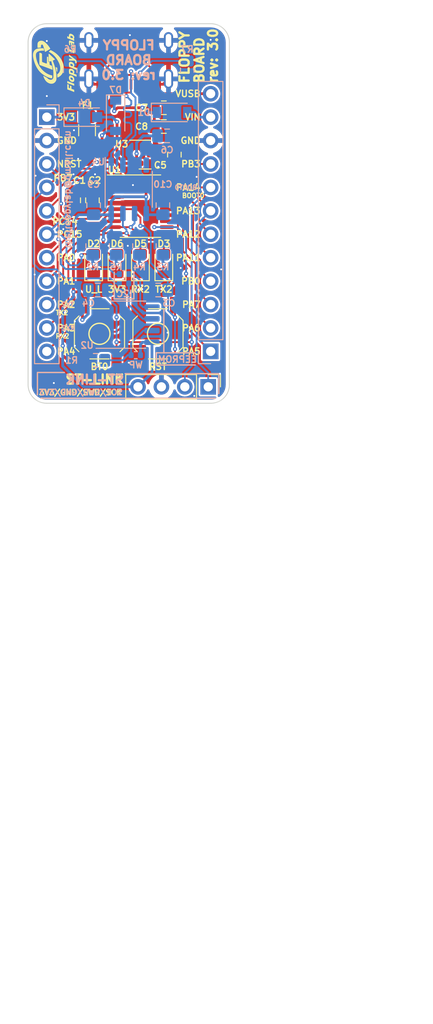
<source format=kicad_pcb>
(kicad_pcb (version 20211014) (generator pcbnew)
  (title_block (title "Floppy board 3.0") (date "2023-02-17") (rev "3.0"))
  (layers (0 "F.Cu" signal) (31 "B.Cu" signal) (34 "B.Paste" user) (35 "F.Paste" user) (36 "B.SilkS" user "B.Silkscreen") (37 "F.SilkS" user "F.Silkscreen") (38 "B.Mask" user) (39 "F.Mask" user) (44 "Edge.Cuts" user))
  (net 0 "")
  (net 1 "+3V3")
  (net 2 "GND")
  (net 3 "NRST")
  (net 4 "PA14{slash}SWCLK{slash}BOOT0")
  (net 5 "VBUS")
  (net 6 "VCC")
  (net 7 "Net-(D2-Pad1)")
  (net 8 "PC15")
  (net 9 "Net-(D3-Pad1)")
  (net 10 "PA2{slash}TX2")
  (net 11 "VDD")
  (net 12 "Net-(D5-Pad1)")
  (net 13 "PA3{slash}RX2")
  (net 14 "Net-(D6-Pad1)")
  (net 15 "Net-(D7-Pad2)")
  (net 17 "Net-(J2-Pad4)")
  (net 18 "/D-")
  (net 19 "/D+")
  (net 21 "Net-(J2-Pad10)")
  (net 22 "PB7")
  (net 23 "PC14")
  (net 24 "PA0")
  (net 25 "PA1")
  (net 26 "PA4")
  (net 27 "PB3")
  (net 28 "PA13{slash}SWDIO")
  (net 29 "PA12")
  (net 30 "PA11")
  (net 31 "PB0")
  (net 32 "PA7")
  (net 33 "PA6")
  (net 34 "PA5")
  (net 35 "Net-(JP1-Pad1)")
  (net 36 "/VUSB")
  (net 37 "Net-(JP2-Pad1)")
  (net 39 "Net-(U2-Pad7)")
  (footprint "LED_SMD:LED_0805_2012Metric_Pad1.15x1.40mm_HandSolder" (layer "F.Cu") (at 160.782 97.663 90)
    (fp_text reference "D6")
    (fp_text value "3V3_POWER_LED")
  )
  (footprint "Capacitor_SMD:C_0805_2012Metric_Pad1.18x1.45mm_HandSolder" (layer "F.Cu") (at 156.083 90.805 -90)
    (fp_text reference "C1")
    (fp_text value "4.7uF")
  )
  (footprint "Package_SO:TSSOP-20_4.4x6.5mm_P0.65mm" (layer "F.Cu") (at 163.322 91.44)
    (fp_text reference "U1")
    (fp_text value "STM32G03xxxxx")
  )
  (footprint "LED_SMD:LED_0805_2012Metric_Pad1.15x1.40mm_HandSolder" (layer "F.Cu") (at 165.862 97.663 90)
    (fp_text reference "D3")
    (fp_text value "TX2")
  )
  (footprint "Capacitor_SMD:C_0805_2012Metric_Pad1.18x1.45mm_HandSolder" (layer "F.Cu") (at 165.862 82.804)
    (fp_text reference "C8")
    (fp_text value "10uF")
  )
  (footprint "_MIA footprint:SMD BUTTON 5.1x5.1" (layer "F.Cu") (at 165.227 105.283 90)
    (fp_text reference "SW1" hide)
    (fp_text value "RESET_B")
  )
  (footprint "Capacitor_SMD:C_0805_2012Metric_Pad1.18x1.45mm_HandSolder" (layer "F.Cu") (at 158.115 90.805 -90)
    (fp_text reference "C2")
    (fp_text value "100nF")
  )
  (footprint "_MIA footprint:SMD BUTTON 5.1x5.1" (layer "F.Cu") (at 158.877 105.283 90)
    (fp_text reference "SW2" hide)
    (fp_text value "BOOT0/U_BUTT")
  )
  (footprint "Capacitor_SMD:C_0805_2012Metric_Pad1.18x1.45mm_HandSolder" (layer "F.Cu") (at 167.005 85.852 -90)
    (fp_text reference "C5")
    (fp_text value "1uF")
  )
  (footprint "Capacitor_SMD:C_0805_2012Metric_Pad1.18x1.45mm_HandSolder" (layer "F.Cu") (at 165.862 80.772)
    (fp_text reference "C7")
    (fp_text value "100nF")
  )
  (footprint "LED_SMD:LED_0805_2012Metric_Pad1.15x1.40mm_HandSolder" (layer "F.Cu") (at 158.242 97.663 90)
    (fp_text reference "D2")
    (fp_text value "USER_LED")
  )
  (footprint "Package_TO_SOT_SMD:SOT-23" (layer "F.Cu") (at 163.83 85.852)
    (fp_text reference "U3")
    (fp_text value "H7233-1")
  )
  (footprint "LED_SMD:LED_0805_2012Metric_Pad1.15x1.40mm_HandSolder" (layer "F.Cu") (at 163.322 97.663 90)
    (fp_text reference "D5")
    (fp_text value "RX2")
  )
  (footprint "_MIA footprint:USB_C_304A-ACP16X" (layer "F.Cu") (at 166.367 77.6455 180)
    (fp_text reference "J2" hide)
    (fp_text value "USB-C_304A-ACP16X")
  )
  (footprint "Connector_PinHeader_2.54mm:PinHeader_1x04_P2.54mm_Vertical" (layer "F.Cu") (at 170.678 111.03 -90)
    (fp_text reference "J1" hide)
    (fp_text value "st-link")
  )
  (footprint "LOGO" (layer "F.Cu") (at 154.1272 75.8952 90)
    (fp_text reference "G***" hide)
    (fp_text value "LOGO" hide)
  )
  (footprint "Fuse:Fuse_1206_3216Metric_Pad1.42x1.75mm_HandSolder" (layer "F.Cu") (at 157.5308 83.2104 -90)
    (fp_text reference "F1")
    (fp_text value "500mA")
  )
  (footprint "Connector_PinHeader_2.54mm:PinHeader_1x12_P2.54mm_Vertical" (layer "B.Cu") (at 170.942 107.188)
    (fp_text reference "J4" hide)
    (fp_text value "I/0 DX")
  )
  (footprint "Diode_SMD:D_SOD-123F" (layer "B.Cu") (at 157.226 81.788)
    (fp_text reference "D4")
    (fp_text value "SD103AW")
  )
  (footprint "Resistor_SMD:R_0402_1005Metric" (layer "B.Cu") (at 161.544 99.822 180)
    (fp_text reference "JP2" hide)
    (fp_text value "SCL_JP")
  )
  (footprint "Resistor_SMD:R_0402_1005Metric" (layer "B.Cu") (at 162.814 107.5944)
    (fp_text reference "JP3" hide)
    (fp_text value "WP_JP")
  )
  (footprint "Resistor_SMD:R_0805_2012Metric_Pad1.20x1.40mm_HandSolder" (layer "B.Cu") (at 168.402 76.692 -90)
    (fp_text reference "R7")
    (fp_text value "5.1k")
  )
  (footprint "Diode_SMD:D_SOD-123" (layer "B.Cu") (at 166.752 81.28)
    (fp_text reference "D1")
    (fp_text value "SD103AW")
  )
  (footprint "Capacitor_SMD:C_0805_2012Metric_Pad1.18x1.45mm_HandSolder" (layer "B.Cu") (at 165.7604 91.3384 90)
    (fp_text reference "C10")
    (fp_text value "100nF")
  )
  (footprint "Capacitor_SMD:C_0805_2012Metric_Pad1.18x1.45mm_HandSolder" (layer "B.Cu") (at 158.242 91.3384 90)
    (fp_text reference "C9")
    (fp_text value "100nF")
  )
  (footprint "Package_SO:SOP-8_3.9x4.9mm_P1.27mm" (layer "B.Cu") (at 161.9504 104.2924)
    (fp_text reference "U2")
    (fp_text value "AT24C32")
  )
  (footprint "Resistor_SMD:R_0805_2012Metric_Pad1.20x1.40mm_HandSolder" (layer "B.Cu") (at 160.6804 95.7406 -90)
    (fp_text reference "R5")
    (fp_text value "1k")
  )
  (footprint "Resistor_SMD:R_0805_2012Metric_Pad1.20x1.40mm_HandSolder" (layer "B.Cu") (at 158.4452 108.1532 180)
    (fp_text reference "R1")
    (fp_text value "10k")
  )
  (footprint "Package_SO:SOP-8_3.9x4.9mm_P1.27mm" (layer "B.Cu") (at 162.052 89.6112 -90)
    (fp_text reference "U4")
    (fp_text value "CH340N")
  )
  (footprint "Capacitor_SMD:C_0805_2012Metric_Pad1.18x1.45mm_HandSolder" (layer "B.Cu") (at 165.2524 100.5332 180)
    (fp_text reference "C3")
    (fp_text value "100nF")
  )
  (footprint "Resistor_SMD:R_0805_2012Metric_Pad1.20x1.40mm_HandSolder" (layer "B.Cu") (at 155.702 76.724 90)
    (fp_text reference "R6")
    (fp_text value "5.1k")
  )
  (footprint "Capacitor_SMD:C_0805_2012Metric_Pad1.18x1.45mm_HandSolder" (layer "B.Cu") (at 166.2176 83.82)
    (fp_text reference "C6")
    (fp_text value "1uF")
  )
  (footprint "Resistor_SMD:R_0805_2012Metric_Pad1.20x1.40mm_HandSolder" (layer "B.Cu") (at 158.1404 95.7406 90)
    (fp_text reference "R2")
    (fp_text value "1K")
  )
  (footprint "Connector_PinHeader_2.54mm:PinHeader_1x11_P2.54mm_Vertical" (layer "B.Cu") (at 153.162 81.788 180)
    (fp_text reference "J3" hide)
    (fp_text value "I/O SX")
  )
  (footprint "Resistor_SMD:R_0805_2012Metric_Pad1.20x1.40mm_HandSolder" (layer "B.Cu") (at 163.2204 95.7406 90)
    (fp_text reference "R4")
    (fp_text value "1K")
  )
  (footprint "Diode_SMD:D_SOD-123" (layer "B.Cu") (at 160.6296 81.6356 -90)
    (fp_text reference "D7")
    (fp_text value "SD103AW")
  )
  (footprint "Resistor_SMD:R_0402_1005Metric" (layer "B.Cu") (at 161.544 98.806 180)
    (fp_text reference "JP1" hide)
    (fp_text value "SDA_JP")
  )
  (footprint "Capacitor_SMD:C_0805_2012Metric_Pad1.18x1.45mm_HandSolder" (layer "B.Cu") (at 158.6992 100.5332 180)
    (fp_text reference "C4")
    (fp_text value "100nF")
  )
  (footprint "Resistor_SMD:R_0805_2012Metric_Pad1.20x1.40mm_HandSolder" (layer "B.Cu") (at 165.7604 95.7406 90)
    (fp_text reference "R3")
    (fp_text value "1K")
  )
  (gr_line (start 162.6108 101.4984) (end 162.6108 98.5774) (layer "B.SilkS") (width 0.15))
  (gr_line (start 165.862 102.616) (end 165.862 106.8324) (layer "B.SilkS") (width 0.15))
  (gr_line (start 165.862 107.3404) (end 169.2656 107.3404) (layer "B.SilkS") (width 0.15))
  (gr_line (start 165.862 106.8324) (end 165.862 107.3404) (layer "B.SilkS") (width 0.15))
  (gr_line (start 165.0492 108.5596) (end 165.0492 108.6612) (layer "B.SilkS") (width 0.15))
  (gr_line (start 152.146 109.474) (end 152.146 111.887) (layer "B.SilkS") (width 0.15))
  (gr_line (start 165.0492 107.3404) (end 165.0492 108.5596) (layer "B.SilkS") (width 0.15))
  (gr_line (start 152.146 109.474) (end 155.067 109.474) (layer "B.SilkS") (width 0.15))
  (gr_line (start 152.527 112.268) (end 171.45 112.268) (layer "B.SilkS") (width 0.15))
  (gr_line (start 160.4772 101.4984) (end 160.4772 98.6028) (layer "B.SilkS") (width 0.15))
  (gr_line (start 161.671 109.601) (end 171.831 109.601) (layer "B.SilkS") (width 0.15))
  (gr_line (start 171.831 109.601) (end 171.831 111.76) (layer "B.SilkS") (width 0.15))
  (gr_line (start 165.862 107.3404) (end 165.0492 107.3404) (layer "B.SilkS") (width 0.15))
  (gr_line (start 165.0492 108.6612) (end 169.2656 108.6612) (layer "B.SilkS") (width 0.15))
  (gr_line (start 162.6108 101.4984) (end 160.4772 101.4984) (layer "B.SilkS") (width 0.15))
  (gr_circle (center 158.877 105.283) (end 158.877 104.14) (layer "F.SilkS") (width 0.15) (fill none))
  (gr_circle (center 165.227 105.283) (end 165.227 104.14) (layer "F.SilkS") (width 0.15) (fill none))
  (gr_line (start 151.13 110.808) (end 151.13 73.66) (layer "Edge.Cuts") (width 0.1))
  (gr_line (start 153.13 71.66) (end 170.974 71.66) (layer "Edge.Cuts") (width 0.1))
  (gr_arc (start 172.974 110.808) (mid 172.388214 112.222214) (end 170.974 112.808) (layer "Edge.Cuts") (width 0.1))
  (gr_arc (start 153.13 112.808) (mid 151.715786 112.222214) (end 151.13 110.808) (layer "Edge.Cuts") (width 0.1))
  (gr_arc (start 151.13 73.66) (mid 151.715786 72.245786) (end 153.13 71.66) (layer "Edge.Cuts") (width 0.1))
  (gr_line (start 170.974 112.808) (end 153.13 112.808) (layer "Edge.Cuts") (width 0.1))
  (gr_arc (start 170.974 71.66) (mid 172.388214 72.245786) (end 172.974 73.66) (layer "Edge.Cuts") (width 0.1))
  (gr_line (start 172.974 73.66) (end 172.974 110.808) (layer "Edge.Cuts") (width 0.1))
  (gr_text "ST-LINK" (at 158.368247 110.2511) (layer "B.SilkS") (effects (font (size 1 1) (thickness 0.25)) (justify mirror)))
  (gr_text "WP" (at 162.814 108.6612) (layer "B.SilkS") (effects (font (size 0.7 0.7)) (justify mirror)))
  (gr_text "FLOPPY\nBOARD" (at 162.052 74.803) (layer "B.SilkS") (effects (font (size 1 1) (thickness 0.25)) (justify mirror)))
  (gr_text "RX2" (at 154.686 104.648) (layer "B.SilkS") (effects (font (size 0.5 0.5) (thickness 0.125)) (justify right mirror)))
  (gr_text "thefloppylab@gmail.com" (at 155.5496 89.6112 270) (layer "B.SilkS") (effects (font (size 0.7 0.7)) (justify mirror)))
  (gr_text "SCK/SWD/GND/3V3" (at 152.28355 111.6243) (layer "B.SilkS") (effects (font (size 0.6 0.6)) (justify right mirror)))
  (gr_text "EEPROM" (at 167.3352 108.0516) (layer "B.SilkS") (effects (font (size 0.7 0.7)) (justify mirror)))
  (gr_text "I2C" (at 161.5948 100.9396) (layer "B.SilkS") (effects (font (size 0.7 0.7)) (justify mirror)))
  (gr_text "TX2" (at 154.686 102.108) (layer "B.SilkS") (effects (font (size 0.5 0.5) (thickness 0.125)) (justify right mirror)))
  (gr_text "rev: 3.0" (at 162.052 77.216) (layer "B.SilkS") (effects (font (size 1 1) (thickness 0.25)) (justify mirror)))
  (gr_text "BOOT0" (at 169.545 89.408) (layer "B.SilkS") (effects (font (size 0.5 0.5) (thickness 0.125)) (justify left mirror)))
  (gr_text "ST-LINK" (at 158.369 110.236) (layer "F.SilkS") (effects (font (size 1 1) (thickness 0.25))))
  (gr_text "GND" (at 169.926 84.328) (layer "F.SilkS") (effects (font (size 0.7 0.7)) (justify right)))
  (gr_text "3V3/GND/SWD/SCK" (at 161.417 111.633) (layer "F.SilkS") (effects (font (size 0.6 0.6)) (justify right)))
  (gr_text "PA13" (at 169.926 91.948) (layer "F.SilkS") (effects (font (size 0.7 0.7)) (justify right)))
  (gr_text "3V3" (at 154.178 81.788) (layer "F.SilkS") (effects (font (size 0.7 0.7)) (justify left)))
  (gr_text "3V3" (at 160.782 100.457) (layer "F.SilkS") (effects (font (size 0.7 0.7))))
  (gr_text "TX2" (at 165.862 100.457) (layer "F.SilkS") (effects (font (size 0.7 0.7))))
  (gr_text "BOOT0" (at 167.767 90.297) (layer "F.SilkS") (effects (font (size 0.5 0.5) (thickness 0.125)) (justify left)))
  (gr_text "PA3" (at 154.178 104.648) (layer "F.SilkS") (effects (font (size 0.7 0.7)) (justify left)))
  (gr_text "PC15" (at 154.178 94.488) (layer "F.SilkS") (effects (font (size 0.7 0.7)) (justify left)))
  (gr_text "BT0" (at 158.877 108.839) (layer "F.SilkS") (effects (font (size 0.7 0.7))))
  (gr_text "VIN" (at 169.926 81.788) (layer "F.SilkS") (effects (font (size 0.7 0.7)) (justify right)))
  (gr_text "PC14" (at 153.67 93.091) (layer "F.SilkS") (effects (font (size 0.7 0.7)) (justify left)))
  (gr_text "PA2" (at 154.178 102.108) (layer "F.SilkS") (effects (font (size 0.7 0.7)) (justify left)))
  (gr_text "TX2" (at 154.051 102.997) (layer "F.SilkS") (effects (font (size 0.5 0.5) (thickness 0.125)) (justify left)))
  (gr_text "PA6" (at 169.926 104.648) (layer "F.SilkS") (effects (font (size 0.7 0.7)) (justify right)))
  (gr_text "RST" (at 165.227 108.839) (layer "F.SilkS") (effects (font (size 0.7 0.7))))
  (gr_text "rev: 3.0" (at 171.196 78.232 90) (layer "F.SilkS") (effects (font (size 1 1) (thickness 0.25)) (justify left)))
  (gr_text "PA0" (at 154.178 97.028) (layer "F.SilkS") (effects (font (size 0.7 0.7)) (justify left)))
  (gr_text "PA7" (at 169.926 102.108) (layer "F.SilkS") (effects (font (size 0.7 0.7)) (justify right)))
  (gr_text "PB7" (at 153.797 88.392) (layer "F.SilkS") (effects (font (size 0.7 0.7)) (justify left)))
  (gr_text "NRST" (at 154.178 86.868) (layer "F.SilkS") (effects (font (size 0.7 0.7)) (justify left)))
  (gr_text "VUSB" (at 169.926 79.248) (layer "F.SilkS") (effects (font (size 0.7 0.7)) (justify right)))
  (gr_text "PB0" (at 169.926 99.568) (layer "F.SilkS") (effects (font (size 0.7 0.7)) (justify right)))
  (gr_text "PA12" (at 169.926 94.488) (layer "F.SilkS") (effects (font (size 0.7 0.7)) (justify right)))
  (gr_text "PA5" (at 169.926 107.188) (layer "F.SilkS") (effects (font (size 0.7 0.7)) (justify right)))
  (gr_text "GND" (at 154.178 84.328) (layer "F.SilkS") (effects (font (size 0.7 0.7)) (justify left)))
  (gr_text "RX2" (at 163.322 100.457) (layer "F.SilkS") (effects (font (size 0.7 0.7))))
  (gr_text "PA14" (at 169.926 89.408) (layer "F.SilkS") (effects (font (size 0.7 0.7)) (justify right)))
  (gr_text "FLOPPY\nBOARD" (at 168.91 78.232 90) (layer "F.SilkS") (effects (font (size 1 1) (thickness 0.25)) (justify left)))
  (gr_text "PA4" (at 154.178 107.188) (layer "F.SilkS") (effects (font (size 0.7 0.7)) (justify left)))
  (gr_text "PA1" (at 154.178 99.568) (layer "F.SilkS") (effects (font (size 0.7 0.7)) (justify left)))
  (gr_text "RX2" (at 154.051 105.537) (layer "F.SilkS") (effects (font (size 0.5 0.5) (thickness 0.125)) (justify left)))
  (gr_text "U_L" (at 158.242 100.457) (layer "F.SilkS") (effects (font (size 0.7 0.7))))
  (gr_text "PB3" (at 169.926 86.868) (layer "F.SilkS") (effects (font (size 0.7 0.7)) (justify right)))
  (gr_text "PA11" (at 169.926 97.028) (layer "F.SilkS") (effects (font (size 0.7 0.7)) (justify right)))
  (segment (start 157.0228 103.759) (end 157.027 103.7548) (width 0.3) (layer "F.Cu") (net 1))
  (segment (start 159.68 90.465) (end 160.4595 90.465) (width 0.3) (layer "F.Cu") (net 1))
  (segment (start 159.8332 96.638) (end 160.782 96.638) (width 0.3) (layer "F.Cu") (net 1))
  (segment (start 159.2876 95.078665) (end 159.2876 96.0924) (width 0.3) (layer "F.Cu") (net 1))
  (segment (start 163.9316 90.424) (end 161.4834 90.424) (width 0.3) (layer "F.Cu") (net 1))
  (segment (start 160.782 86.0044) (end 161.5796 86.802) (width 0.3) (layer "F.Cu") (net 1))
  (segment (start 160.782 82.296) (end 160.782 86.0044) (width 0.3) (layer "F.Cu") (net 1))
  (segment (start 162.8925 87.7085) (end 162.8925 86.802) (width 0.3) (layer "F.Cu") (net 1))
  (segment (start 162.905398 86.789102) (end 162.8925 86.802) (width 0.3) (layer "F.Cu") (net 1))
  (segment (start 158.115 89.7675) (end 158.9825 89.7675) (width 0.3) (layer "F.Cu") (net 1))
  (segment (start 159.2876 96.0924) (end 159.8332 96.638) (width 0.3) (layer "F.Cu") (net 1))
  (segment (start 161.5796 86.802) (end 162.8925 86.802) (width 0.3) (layer "F.Cu") (net 1))
  (segment (start 162.905398 85.73575) (end 162.905398 86.789102) (width 0.3) (layer "F.Cu") (net 1))
  (segment (start 158.9825 89.7675) (end 159.68 90.465) (width 0.3) (layer "F.Cu") (net 1))
  (segment (start 156.0576 100.7364) (end 156.051014 100.729814) (width 0.3) (layer "F.Cu") (net 1))
  (segment (start 163.9316 90.424) (end 163.9316 88.7476) (width 0.3) (layer "F.Cu") (net 1))
  (segment (start 154.8892 107.5944) (end 155.6778 108.383) (width 0.3) (layer "F.Cu") (net 1))
  (segment (start 159.304365 95.0619) (end 159.2876 95.078665) (width 0.3) (layer "F.Cu") (net 1))
  (segment (start 156.051014 100.729814) (end 156.051014 97.326214) (width 0.3) (layer "F.Cu") (net 1))
  (segment (start 163.9316 88.7476) (end 162.8925 87.7085) (width 0.3) (layer "F.Cu") (net 1))
  (segment (start 158.115 89.7675) (end 156.083 89.7675) (width 0.3) (layer "F.Cu") (net 1))
  (segment (start 157.027 101.1216) (end 157.027 102.183) (width 0.3) (layer "F.Cu") (net 1))
  (segment (start 161.4424 90.465) (end 160.4595 90.465) (width 0.3) (layer "F.Cu") (net 1))
  (segment (start 162.9156 86.7789) (end 162.8925 86.802) (width 0.3) (layer "F.Cu") (net 1))
  (segment (start 156.0576 100.7364) (end 156.6418 100.7364) (width 0.3) (layer "F.Cu") (net 1))
  (segment (start 154.8892 106.5784) (end 154.8892 107.5944) (width 0.3) (layer "F.Cu") (net 1))
  (segment (start 155.6778 108.383) (end 157.027 108.383) (width 0.3) (layer "F.Cu") (net 1))
  (segment (start 162.905398 85.73575) (end 162.8925 85.748648) (width 0.3) (layer "F.Cu") (net 1))
  (segment (start 157.027 103.7548) (end 157.027 102.183) (width 0.3) (layer "F.Cu") (net 1))
  (segment (start 161.4834 90.424) (end 161.4424 90.465) (width 0.3) (layer "F.Cu") (net 1))
  (segment (start 156.6418 100.7364) (end 157.027 101.1216) (width 0.3) (layer "F.Cu") (net 1))
  (via (at 163.9316 90.424) (size 0.46) (drill 0.2) (layers "F.Cu" "B.Cu") (net 1))
  (via (at 156.0576 100.7364) (size 0.46) (drill 0.2) (layers "F.Cu" "B.Cu") (net 1))
  (via (at 160.782 82.296) (size 0.46) (drill 0.2) (layers "F.Cu" "B.Cu") (net 1))
  (via (at 162.905398 85.73575) (size 0.46) (drill 0.2) (layers "F.Cu" "B.Cu") (net 1))
  (via (at 157.0228 103.759) (size 0.46) (drill 0.2) (layers "F.Cu" "B.Cu") (net 1))
  (via (at 156.051014 97.326214) (size 0.46) (drill 0.2) (layers "F.Cu" "B.Cu") (net 1))
  (via (at 154.8892 106.5784) (size 0.46) (drill 0.2) (layers "F.Cu" "B.Cu") (net 1))
  (via (at 159.304365 95.0619) (size 0.46) (drill 0.2) (layers "F.Cu" "B.Cu") (net 1))
  (segment (start 160.274 81.788) (end 160.782 82.296) (width 0.3) (layer "B.Cu") (net 1))
  (segment (start 163.6268 83.82) (end 165.1801 83.82) (width 0.3) (layer "B.Cu") (net 1))
  (segment (start 164.0967 92.3759) (end 163.957 92.2362) (width 0.3) (layer "B.Cu") (net 1))
  (segment (start 165.0785 83.9216) (end 165.1801 83.82) (width 0.3) (layer "B.Cu") (net 1))
  (segment (start 157.0228 103.759) (end 157.6617 103.1201) (width 0.3) (layer "B.Cu") (net 1))
  (segment (start 163.9316 90.424) (end 160.6296 90.424) (width 0.3) (layer "B.Cu") (net 1))
  (segment (start 156.0576 92.939996) (end 156.0576 97.319628) (width 0.3) (layer "B.Cu") (net 1))
  (segment (start 156.0576 101.2952) (end 154.8892 102.4636) (width 0.3) (layer "B.Cu") (net 1))
  (segment (start 160.0073 92.3759) (end 160.147 92.2362) (width 0.3) (layer "B.Cu") (net 1))
  (segment (start 163.058 111.03) (end 164.5754 109.5126) (width 0.3) (layer "B.Cu") (net 1))
  (segment (start 157.1564 111.03) (end 163.058 111.03) (width 0.3) (layer "B.Cu") (net 1))
  (segment (start 162.905398 85.73575) (end 162.905398 84.541402) (width 0.3) (layer "B.Cu") (net 1))
  (segment (start 156.0576 97.319628) (end 156.051014 97.326214) (width 0.3) (layer "B.Cu") (net 1))
  (segment (start 156.0576 100.7364) (end 156.0576 101.2952) (width 0.3) (layer "B.Cu") (net 1))
  (segment (start 157.6617 103.1201) (end 157.6617 100.5332) (width 0.3) (layer "B.Cu") (net 1))
  (segment (start 154.8892 106.5784) (end 154.8892 108.7628) (width 0.3) (layer "B.Cu") (net 1))
  (segment (start 163.9316 90.424) (end 163.9316 92.2108) (width 0.3) (layer "B.Cu") (net 1))
  (segment (start 160.147 93.3958) (end 160.147 92.2362) (width 0.3) (layer "B.Cu") (net 1))
  (segment (start 164.5754 109.5126) (end 164.5754 106.1974) (width 0.3) (layer "B.Cu") (net 1))
  (segment (start 159.304365 95.0619) (end 159.304365 94.238435) (width 0.3) (layer "B.Cu") (net 1))
  (segment (start 160.147 90.9066) (end 160.147 92.2362) (width 0.3) (layer "B.Cu") (net 1))
  (segment (start 158.242 92.3759) (end 160.0073 92.3759) (width 0.3) (layer "B.Cu") (net 1))
  (segment (start 156.621696 92.3759) (end 158.242 92.3759) (width 0.3) (layer "B.Cu") (net 1))
  (segment (start 164.5754 106.1974) (end 163.5506 106.1974) (width 0.3) (layer "B.Cu") (net 1))
  (segment (start 154.8892 108.7628) (end 157.1564 111.03) (width 0.3) (layer "B.Cu") (net 1))
  (segment (start 165.7604 92.3759) (end 164.0967 92.3759) (width 0.3) (layer "B.Cu") (net 1))
  (segment (start 163.324 106.424) (end 163.324 107.5944) (width 0.3) (layer "B.Cu") (net 1))
  (segment (start 160.6296 90.424) (end 160.147 90.9066) (width 0.3) (layer "B.Cu") (net 1))
  (segment (start 163.9316 92.2108) (end 163.957 92.2362) (width 0.3) (layer "B.Cu") (net 1))
  (segment (start 159.304365 94.238435) (end 160.147 93.3958) (width 0.3) (layer "B.Cu") (net 1))
  (segment (start 158.626 81.788) (end 160.274 81.788) (width 0.3) (layer "B.Cu") (net 1))
  (segment (start 162.905398 84.541402) (end 163.6268 83.82) (width 0.3) (layer "B.Cu") (net 1))
  (segment (start 156.0576 92.939996) (end 156.621696 92.3759) (width 0.3) (layer "B.Cu") (net 1))
  (segment (start 154.8892 102.4636) (end 154.8892 106.5784) (width 0.3) (layer "B.Cu") (net 1))
  (segment (start 163.5506 106.1974) (end 163.324 106.424) (width 0.3) (layer "B.Cu") (net 1))
  (segment (start 165.247 78.2205) (end 165.792 78.2205) (width 0.3) (layer "F.Cu") (net 2))
  (segment (start 158.302 78.2205) (end 157.727 77.6455) (width 0.3) (layer "F.Cu") (net 2))
  (segment (start 158.847 78.2205) (end 158.302 78.2205) (width 0.3) (layer "F.Cu") (net 2))
  (segment (start 158.9825 91.8425) (end 159.71 91.115) (width 0.3) (layer "F.Cu") (net 2))
  (segment (start 159.71 91.115) (end 160.4595 91.115) (width 0.3) (layer "F.Cu") (net 2))
  (segment (start 165.792 78.2205) (end 166.367 77.6455) (width 0.3) (layer "F.Cu") (net 2))
  (segment (start 158.115 91.8425) (end 158.9825 91.8425) (width 0.3) (layer "F.Cu") (net 2))
  (via (at 167.6908 98.1456) (size 0.46) (drill 0.2) (layers "F.Cu" "B.Cu") (net 2))
  (via (at 156.0576 87.9856) (size 0.46) (drill 0.2) (layers "F.Cu" "B.Cu") (net 2))
  (via (at 165.2524 87.1728) (size 0.46) (drill 0.2) (layers "F.Cu" "B.Cu") (net 2))
  (via (at 169.164 112.014) (size 0.46) (drill 0.2) (layers "F.Cu" "B.Cu") (net 2))
  (via (at 162.052 108.4072) (size 0.46) (drill 0.2) (layers "F.Cu" "B.Cu") (net 2))
  (via (at 156.1084 83.2104) (size 0.46) (drill 0.2) (layers "F.Cu" "B.Cu") (net 2))
  (via (at 162.5092 89.154) (size 0.46) (drill 0.2) (layers "F.Cu" "B.Cu") (net 2))
  (via (at 153.162 79.502) (size 0.46) (drill 0.2) (layers "F.Cu" "B.Cu") (net 2))
  (via (at 156.21 106.5784) (size 0.46) (drill 0.2) (layers "F.Cu" "B.Cu") (net 2))
  (via (at 162.179 72.898) (size 0.46) (drill 0.2) (layers "F.Cu" "B.Cu") (net 2))
  (via (at 153.924 110.617) (size 0.46) (drill 0.2) (layers "F.Cu" "B.Cu") (net 2))
  (via (at 170.942 77.47) (size 0.46) (drill 0.2) (layers "F.Cu" "B.Cu") (net 2))
  (via (at 158.3944 87.9856) (size 0.46) (drill 0.2) (layers "F.Cu" "B.Cu") (net 2))
  (via (at 156.5656 86.3092) (size 0.46) (drill 0.2) (layers "F.Cu" "B.Cu") (net 2))
  (via (at 169.418 88.265) (size 0.46) (drill 0.2) (layers "F.Cu" "B.Cu") (net 2))
  (via (at 170.942 73.406) (size 0.46) (drill 0.2) (layers "F.Cu" "B.Cu") (net 2))
  (via (at 159.8676 95.7406) (size 0.46) (drill 0.2) (layers "F.Cu" "B.Cu") (net 2))
  (via (at 172.085 98.298) (size 0.46) (drill 0.2) (layers "F.Cu" "B.Cu") (net 2))
  (via (at 161.9504 95.7406) (size 0.46) (drill 0.2) (layers "F.Cu" "B.Cu") (net 2))
  (via (at 154.949272 93.9292) (size 0.46) (drill 0.2) (layers "F.Cu" "B.Cu") (net 2))
  (via (at 158.1745 95.5207) (size 0.46) (drill 0.2) (layers "F.Cu" "B.Cu") (net 2))
  (via (at 166.2684 105.156) (size 0.46) (drill 0.2) (layers "F.Cu" "B.Cu") (net 2))
  (via (at 151.8412 98.8568) (size 0.46) (drill 0.2) (layers "F.Cu" "B.Cu") (net 2))
  (via (at 151.9428 88.138) (size 0.46) (drill 0.2) (layers "F.Cu" "B.Cu") (net 2))
  (via (at 156.21 103.9368) (size 0.46) (drill 0.2) (layers "F.Cu" "B.Cu") (net 2))
  (via (at 153.162 73.533) (size 0.46) (drill 0.2) (layers "F.Cu" "B.Cu") (net 2))
  (via (at 171.958 109.601) (size 0.46) (drill 0.2) (layers "F.Cu" "B.Cu") (net 2))
  (segment (start 160.6804 95.6136) (end 160.6804 94.7406) (width 0.3) (layer "B.Cu") (net 2))
  (segment (start 161.9504 95.7406) (end 160.8074 95.7406) (width 0.3) (layer "B.Cu") (net 2))
  (segment (start 158.1745 95.5207) (end 158.1404 95.4866) (width 0.3) (layer "B.Cu") (net 2))
  (segment (start 163.2204 95.4866) (end 163.2204 94.7406) (width 0.3) (layer "B.Cu") (net 2))
  (segment (start 161.9504 95.7406) (end 162.9664 95.7406) (width 0.3) (layer "B.Cu") (net 2))
  (segment (start 158.3944 95.7406) (end 158.1745 95.5207) (width 0.3) (layer "B.Cu") (net 2))
  (segment (start 167.6908 98.1456) (end 167.6908 95.6898) (width 0.3) (layer "B.Cu") (net 2))
  (segment (start 158.1404 95.4866) (end 158.1404 94.7406) (width 0.3) (layer "B.Cu") (net 2))
  (segment (start 167.6908 95.6898) (end 166.7416 94.7406) (width 0.3) (layer "B.Cu") (net 2))
  (segment (start 160.4264 95.7406) (end 160.8074 95.7406) (width 0.3) (layer "B.Cu") (net 2))
  (segment (start 159.8676 95.7406) (end 158.3944 95.7406) (width 0.3) (layer "B.Cu") (net 2))
  (segment (start 160.4264 95.7406) (end 160.5534 95.7406) (width 0.3) (layer "B.Cu") (net 2))
  (segment (start 160.5534 95.7406) (end 160.6804 95.6136) (width 0.3) (layer "B.Cu") (net 2))
  (segment (start 159.8676 95.7406) (end 160.4264 95.7406) (width 0.3) (layer "B.Cu") (net 2))
  (segment (start 162.9664 95.7406) (end 163.2204 95.4866) (width 0.3) (layer "B.Cu") (net 2))
  (segment (start 166.7416 94.7406) (end 165.7604 94.7406) (width 0.3) (layer "B.Cu") (net 2))
  (segment (start 160.8074 95.7406) (end 160.6804 95.6136) (width 0.3) (layer "B.Cu") (net 2))
  (segment (start 159.806315 91.765) (end 160.4595 91.765) (width 0.2) (layer "F.Cu") (net 3))
  (segment (start 158.759715 92.8116) (end 159.806315 91.765) (width 0.2) (layer "F.Cu") (net 3))
  (segment (start 155.461783 92.8116) (end 158.759715 92.8116) (width 0.2) (layer "F.Cu") (net 3))
  (segment (start 160.459511 91.764989) (end 160.4595 91.765) (width 0.2) (layer "F.Cu") (net 3))
  (segment (start 167.076894 103.497506) (end 167.076894 102.183106) (width 0.2) (layer "F.Cu") (net 3))
  (segment (start 167.076894 102.183106) (end 167.077 102.183) (width 0.2) (layer "F.Cu") (net 3))
  (segment (start 154.704814 92.054631) (end 155.461783 92.8116) (width 0.2) (layer "F.Cu") (net 3))
  (segment (start 163.322 92.6846) (end 162.402389 91.764989) (width 0.2) (layer "F.Cu") (net 3))
  (segment (start 167.076441 108.382441) (end 167.077 108.383) (width 0.2) (layer "F.Cu") (net 3))
  (segment (start 154.704814 91.154014) (end 154.704814 92.054631) (width 0.2) (layer "F.Cu") (net 3))
  (segment (start 167.076441 106.934) (end 167.076441 108.382441) (width 0.2) (layer "F.Cu") (net 3))
  (segment (start 162.402389 91.764989) (end 160.459511 91.764989) (width 0.2) (layer "F.Cu") (net 3))
  (segment (start 163.322 93.5736) (end 163.322 92.6846) (width 0.2) (layer "F.Cu") (net 3))
  (via (at 163.322 93.5736) (size 0.46) (drill 0.2) (layers "F.Cu" "B.Cu") (net 3))
  (via (at 167.076894 103.497506) (size 0.46) (drill 0.2) (layers "F.Cu" "B.Cu") (net 3))
  (via (at 167.076441 106.934) (size 0.46) (drill 0.2) (layers "F.Cu" "B.Cu") (net 3))
  (via (at 154.704814 91.154014) (size 0.46) (drill 0.2) (layers "F.Cu" "B.Cu") (net 3))
  (segment (start 166.3192 100.5625) (end 166.2899 100.5332) (width 0.2) (layer "B.Cu") (net 3))
  (segment (start 154.686 88.392) (end 153.162 86.868) (width 0.2) (layer "B.Cu") (net 3))
  (segment (start 166.2899 100.5332) (end 166.2899 99.4371) (width 0.2) (layer "B.Cu") (net 3))
  (segment (start 167.076894 106.933547) (end 167.076894 103.497506) (width 0.2) (layer "B.Cu") (net 3))
  (segment (start 167.076441 106.934) (end 167.076894 106.933547) (width 0.2) (layer "B.Cu") (net 3))
  (segment (start 163.6776 93.5736) (end 163.322 93.5736) (width 0.2) (layer "B.Cu") (net 3))
  (segment (start 154.704814 91.154014) (end 154.686 91.1352) (width 0.2) (layer "B.Cu") (net 3))
  (segment (start 164.4396 94.3356) (end 163.6776 93.5736) (width 0.2) (layer "B.Cu") (net 3))
  (segment (start 166.3192 102.739812) (end 166.3192 100.5625) (width 0.2) (layer "B.Cu") (net 3))
  (segment (start 167.076894 103.497506) (end 166.3192 102.739812) (width 0.2) (layer "B.Cu") (net 3))
  (segment (start 154.686 91.1352) (end 154.686 88.392) (width 0.2) (layer "B.Cu") (net 3))
  (segment (start 164.4396 97.5868) (end 164.4396 94.3356) (width 0.2) (layer "B.Cu") (net 3))
  (segment (start 166.2899 99.4371) (end 164.4396 97.5868) (width 0.2) (layer "B.Cu") (net 3))
  (segment (start 160.735506 106.183) (end 160.730402 106.188104) (width 0.2) (layer "F.Cu") (net 4))
  (segment (start 168.8775 106.183) (end 160.735506 106.183) (width 0.2) (layer "F.Cu") (net 4))
  (segment (start 169.175 89.165) (end 169.418 89.408) (width 0.2) (layer "F.Cu") (net 4))
  (segment (start 169.418 89.408) (end 170.942 89.408) (width 0.2) (layer "F.Cu") (net 4))
  (segment (start 168.8885 106.172) (end 168.8775 106.183) (width 0.2) (layer "F.Cu") (net 4))
  (segment (start 166.1845 89.165) (end 169.175 89.165) (width 0.2) (layer "F.Cu") (net 4))
  (segment (start 160.730402 106.188104) (end 160.730402 108.379598) (width 0.2) (layer "F.Cu") (net 4))
  (segment (start 160.727 103.4754) (end 160.727 102.183) (width 0.2) (layer "F.Cu") (net 4))
  (segment (start 160.730402 108.379598) (end 160.727 108.383) (width 0.2) (layer "F.Cu") (net 4))
  (segment (start 160.7312 103.4796) (end 160.727 103.4754) (width 0.2) (layer "F.Cu") (net 4))
  (via (at 168.8885 106.172) (size 0.46) (drill 0.2) (layers "F.Cu" "B.Cu") (net 4))
  (via (at 160.7312 103.4796) (size 0.46) (drill 0.2) (layers "F.Cu" "B.Cu") (net 4))
  (via (at 160.730402 106.188104) (size 0.46) (drill 0.2) (layers "F.Cu" "B.Cu") (net 4))
  (segment (start 168.8846 91.4654) (end 170.942 89.408) (width 0.2) (layer "B.Cu") (net 4))
  (segment (start 168.8846 108.7882) (end 168.138 109.5348) (width 0.2) (layer "B.Cu") (net 4))
  (segment (start 160.730402 103.480398) (end 160.730402 106.188104) (width 0.2) (layer "B.Cu") (net 4))
  (segment (start 160.7312 102.3112) (end 159.7367 101.3167) (width 0.2) (layer "B.Cu") (net 4))
  (segment (start 168.8846 106.1681) (end 168.8846 91.4654) (width 0.2) (layer "B.Cu") (net 4))
  (segment (start 168.138 109.5348) (end 168.138 111.03) (width 0.2) (layer "B.Cu") (net 4))
  (segment (start 168.8846 106.1759) (end 168.8846 108.7882) (width 0.2) (layer "B.Cu") (net 4))
  (segment (start 168.8885 106.172) (end 168.8846 106.1759) (width 0.2) (layer "B.Cu") (net 4))
  (segment (start 159.7367 101.3167) (end 159.7367 100.5332) (width 0.2) (layer "B.Cu") (net 4))
  (segment (start 160.7312 103.4796) (end 160.730402 103.480398) (width 0.2) (layer "B.Cu") (net 4))
  (segment (start 160.7312 103.4796) (end 160.7312 102.3112) (width 0.2) (layer "B.Cu") (net 4))
  (segment (start 168.8885 106.172) (end 168.8846 106.1681) (width 0.2) (layer "B.Cu") (net 4))
  (segment (start 164.8245 82.804) (end 164.8245 84.4081) (width 0.3) (layer "F.Cu") (net 5))
  (segment (start 164.8245 79.7775) (end 165.354 79.248) (width 0.3) (layer "F.Cu") (net 5))
  (segment (start 164.8245 85.3225) (end 164.8245 85.795) (width 0.3) (layer "F.Cu") (net 5))
  (segment (start 165.2817 84.8145) (end 164.8323 84.8145) (width 0.3) (layer "F.Cu") (net 5))
  (segment (start 164.8245 82.804) (end 164.8245 80.772) (width 0.3) (layer "F.Cu") (net 5))
  (segment (start 164.8245 79.7775) (end 164.8245 80.772) (width 0.3) (layer "F.Cu") (net 5))
  (segment (start 160.8328 80.772) (end 160.4772 81.1276) (width 0.3) (layer "F.Cu") (net 5))
  (segment (start 160.8328 80.772) (end 163.5252 80.772) (width 0.3) (layer "F.Cu") (net 5))
  (segment (start 164.8245 84.8067) (end 164.8245 85.3225) (width 0.3) (layer "F.Cu") (net 5))
  (segment (start 164.8245 85.2209) (end 164.8245 85.3225) (width 0.3) (layer "F.Cu") (net 5))
  (segment (start 163.5252 80.772) (end 164.8245 80.772) (width 0.3) (layer "F.Cu") (net 5))
  (segment (start 167.005 84.8145) (end 167.0011 84.8106) (width 0.3) (layer "F.Cu") (net 5))
  (segment (start 164.8323 84.8145) (end 164.8245 84.8067) (width 0.3) (layer "F.Cu") (net 5))
  (segment (start 165.2309 84.8145) (end 164.8245 85.2209) (width 0.3) (layer "F.Cu") (net 5))
  (segment (start 164.8245 84.4081) (end 164.8245 84.8067) (width 0.3) (layer "F.Cu") (net 5))
  (segment (start 165.2817 84.8145) (end 165.2309 84.8145) (width 0.3) (layer "F.Cu") (net 5))
  (segment (start 167.005 84.8145) (end 165.2817 84.8145) (width 0.3) (layer "F.Cu") (net 5))
  (segment (start 165.354 79.248) (end 170.942 79.248) (width 0.3) (layer "F.Cu") (net 5))
  (segment (start 165.2309 84.8145) (end 164.8245 84.4081) (width 0.3) (layer "F.Cu") (net 5))
  (segment (start 164.8245 85.795) (end 164.7675 85.852) (width 0.3) (layer "F.Cu") (net 5))
  (via (at 160.4772 81.1276) (size 0.46) (drill 0.2) (layers "F.Cu" "B.Cu") (net 5))
  (via (at 163.5252 80.772) (size 0.46) (drill 0.2) (layers "F.Cu" "B.Cu") (net 5))
  (segment (start 163.703 80.772) (end 164.211 81.28) (width 0.3) (layer "B.Cu") (net 5))
  (segment (start 160.4772 80.138) (end 160.6296 79.9856) (width 0.3) (layer "B.Cu") (net 5))
  (segment (start 163.5252 80.772) (end 163.703 80.772) (width 0.3) (layer "B.Cu") (net 5))
  (segment (start 164.211 81.28) (end 165.102 81.28) (width 0.3) (layer "B.Cu") (net 5))
  (segment (start 160.4772 81.1276) (end 160.4772 80.138) (width 0.3) (layer "B.Cu") (net 5))
  (segment (start 169.672 81.788) (end 170.942 81.788) (width 0.3) (layer "B.Cu") (net 6))
  (segment (start 169.164 81.28) (end 169.672 81.788) (width 0.3) (layer "B.Cu") (net 6))
  (segment (start 168.402 81.28) (end 169.164 81.28) (width 0.3) (layer "B.Cu") (net 6))
  (segment (start 158.242 97.6884) (end 158.242 98.688) (width 0.3) (layer "F.Cu") (net 7))
  (via (at 158.242 97.6884) (size 0.46) (drill 0.2) (layers "F.Cu" "B.Cu") (net 7))
  (segment (start 158.1404 97.5868) (end 158.1404 96.7406) (width 0.3) (layer "B.Cu") (net 7))
  (segment (start 158.242 97.6884) (end 158.1404 97.5868) (width 0.3) (layer "B.Cu") (net 7))
  (segment (start 157.0572 96.638) (end 156.9212 96.774) (width 0.2) (layer "F.Cu") (net 8))
  (segment (start 158.5976 86.6648) (end 159.912485 86.6648) (width 0.2) (layer "F.Cu") (net 8))
  (segment (start 158.242 96.638) (end 157.0572 96.638) (width 0.2) (layer "F.Cu") (net 8))
  (segment (start 161.497 89.430685) (end 161.112685 89.815) (width 0.2) (layer "F.Cu") (net 8))
  (segment (start 159.912485 86.6648) (end 161.497 88.249315) (width 0.2) (layer "F.Cu") (net 8))
  (segment (start 161.112685 89.815) (end 160.4595 89.815) (width 0.2) (layer "F.Cu") (net 8))
  (segment (start 161.497 88.249315) (end 161.497 89.430685) (width 0.2) (layer "F.Cu") (net 8))
  (via (at 156.9212 96.774) (size 0.46) (drill 0.2) (layers "F.Cu" "B.Cu") (net 8))
  (via (at 158.5976 86.6648) (size 0.46) (drill 0.2) (layers "F.Cu" "B.Cu") (net 8))
  (segment (start 155.234814 92.415186) (end 153.162 94.488) (width 0.2) (layer "B.Cu") (net 8))
  (segment (start 155.2956 95.1484) (end 154.6352 94.488) (width 0.2) (layer "B.Cu") (net 8))
  (segment (start 155.2956 97.4344) (end 155.2956 95.1484) (width 0.2) (layer "B.Cu") (net 8))
  (segment (start 155.717414 97.856214) (end 155.2956 97.4344) (width 0.2) (layer "B.Cu") (net 8))
  (segment (start 158.242 86.6648) (end 155.234814 89.671986) (width 0.2) (layer "B.Cu") (net 8))
  (segment (start 156.9212 96.774) (end 156.9212 97.4598) (width 0.2) (layer "B.Cu") (net 8))
  (segment (start 156.524786 97.856214) (end 155.717414 97.856214) (width 0.2) (layer "B.Cu") (net 8))
  (segment (start 156.9212 97.4598) (end 156.524786 97.856214) (width 0.2) (layer "B.Cu") (net 8))
  (segment (start 155.234814 89.671986) (end 155.234814 92.415186) (width 0.2) (layer "B.Cu") (net 8))
  (segment (start 158.5976 86.6648) (end 158.242 86.6648) (width 0.2) (layer "B.Cu") (net 8))
  (segment (start 154.6352 94.488) (end 153.162 94.488) (width 0.2) (layer "B.Cu") (net 8))
  (segment (start 165.862 97.6884) (end 165.862 98.688) (width 0.3) (layer "F.Cu") (net 9))
  (via (at 165.862 97.6884) (size 0.46) (drill 0.2) (layers "F.Cu" "B.Cu") (net 9))
  (segment (start 165.7604 96.7406) (end 165.7604 97.5868) (width 0.3) (layer "B.Cu") (net 9))
  (segment (start 165.7604 97.5868) (end 165.862 97.6884) (width 0.3) (layer "B.Cu") (net 9))
  (segment (start 163.641405 95.0976) (end 165.2016 95.0976) (width 0.2) (layer "F.Cu") (net 10))
  (segment (start 165.862 95.758) (end 165.862 96.638) (width 0.2) (layer "F.Cu") (net 10))
  (segment (start 161.555 93.715) (end 160.4595 93.715) (width 0.2) (layer "F.Cu") (net 10))
  (segment (start 165.2016 95.0976) (end 165.862 95.758) (width 0.2) (layer "F.Cu") (net 10))
  (segment (start 162.264356 93.720551) (end 163.641405 95.0976) (width 0.2) (layer "F.Cu") (net 10))
  (segment (start 154.94 100.33) (end 153.162 102.108) (width 0.2) (layer "F.Cu") (net 10))
  (segment (start 161.560551 93.720551) (end 161.555 93.715) (width 0.2) (layer "F.Cu") (net 10))
  (segment (start 154.94 96.8756) (end 154.94 100.33) (width 0.2) (layer "F.Cu") (net 10))
  (segment (start 160.4595 93.715) (end 159.569058 93.715) (width 0.2) (layer "F.Cu") (net 10))
  (segment (start 162.264356 93.720551) (end 161.560551 93.720551) (width 0.2) (layer "F.Cu") (net 10))
  (segment (start 157.6832 94.1324) (end 154.94 96.8756) (width 0.2) (layer "F.Cu") (net 10))
  (segment (start 159.569058 93.715) (end 159.151658 94.1324) (width 0.2) (layer "F.Cu") (net 10))
  (segment (start 159.151658 94.1324) (end 157.6832 94.1324) (width 0.2) (layer "F.Cu") (net 10))
  (via (at 162.264356 93.720551) (size 0.46) (drill 0.2) (layers "F.Cu" "B.Cu") (net 10))
  (segment (start 162.264356 93.720551) (end 162.687 93.297907) (width 0.2) (layer "B.Cu") (net 10))
  (segment (start 162.687 93.297907) (end 162.687 92.2362) (width 0.2) (layer "B.Cu") (net 10))
  (segment (start 155.826 81.788) (end 153.162 81.788) (width 0.3) (layer "B.Cu") (net 11))
  (segment (start 163.322 97.6884) (end 163.322 98.688) (width 0.3) (layer "F.Cu") (net 12))
  (via (at 163.322 97.6884) (size 0.46) (drill 0.2) (layers "F.Cu" "B.Cu") (net 12))
  (segment (start 163.2204 97.5868) (end 163.2204 96.7406) (width 0.3) (layer "B.Cu") (net 12))
  (segment (start 163.322 97.6884) (end 163.2204 97.5868) (width 0.3) (layer "B.Cu") (net 12))
  (segment (start 159.3406 94.5324) (end 158.096 94.5324) (width 0.2) (layer "F.Cu") (net 13))
  (segment (start 160.4595 94.365) (end 159.508 94.365) (width 0.2) (layer "F.Cu") (net 13))
  (segment (start 159.508 94.365) (end 159.3406 94.5324) (width 0.2) (layer "F.Cu") (net 13))
  (segment (start 163.322 95.875412) (end 163.322 96.638) (width 0.2) (layer "F.Cu") (net 13))
  (segment (start 161.675 94.365) (end 160.4595 94.365) (width 0.2) (layer "F.Cu") (net 13))
  (segment (start 155.4988 97.1296) (end 155.4988 102.3112) (width 0.2) (layer "F.Cu") (net 13))
  (segment (start 158.096 94.5324) (end 155.4988 97.1296) (width 0.2) (layer "F.Cu") (net 13))
  (segment (start 155.4988 102.3112) (end 153.162 104.648) (width 0.2) (layer "F.Cu") (net 13))
  (segment (start 161.809329 94.362741) (end 161.677259 94.362741) (width 0.2) (layer "F.Cu") (net 13))
  (segment (start 161.677259 94.362741) (end 161.675 94.365) (width 0.2) (layer "F.Cu") (net 13))
  (segment (start 161.809329 94.362741) (end 163.322 95.875412) (width 0.2) (layer "F.Cu") (net 13))
  (via (at 161.809329 94.362741) (size 0.46) (drill 0.2) (layers "F.Cu" "B.Cu") (net 13))
  (segment (start 161.809329 93.991329) (end 161.417 93.599) (width 0.2) (layer "B.Cu") (net 13))
  (segment (start 161.809329 94.362741) (end 161.809329 93.991329) (width 0.2) (layer "B.Cu") (net 13))
  (segment (start 161.417 93.599) (end 161.417 92.2362) (width 0.2) (layer "B.Cu") (net 13))
  (segment (start 160.782 97.6884) (end 160.782 98.688) (width 0.3) (layer "F.Cu") (net 14))
  (via (at 160.782 97.6884) (size 0.46) (drill 0.2) (layers "F.Cu" "B.Cu") (net 14))
  (segment (start 160.6804 97.5868) (end 160.782 97.6884) (width 0.3) (layer "B.Cu") (net 14))
  (segment (start 160.6804 96.7406) (end 160.6804 97.5868) (width 0.3) (layer "B.Cu") (net 14))
  (segment (start 159.1564 84.3788) (end 158.8373 84.6979) (width 0.3) (layer "F.Cu") (net 15))
  (segment (start 158.8373 84.6979) (end 157.5308 84.6979) (width 0.3) (layer "F.Cu") (net 15))
  (segment (start 159.1564 83.7692) (end 159.1564 84.3788) (width 0.3) (layer "F.Cu") (net 15))
  (via (at 159.1564 83.7692) (size 0.46) (drill 0.2) (layers "F.Cu" "B.Cu") (net 15))
  (segment (start 159.64 83.2856) (end 160.6296 83.2856) (width 0.3) (layer "B.Cu") (net 15))
  (segment (start 159.1564 83.7692) (end 159.64 83.2856) (width 0.3) (layer "B.Cu") (net 15))
  (segment (start 163.296241 76.966492) (end 163.297 76.967251) (width 0.2) (layer "F.Cu") (net 17))
  (segment (start 163.297 76.967251) (end 163.297 78.2205) (width 0.2) (layer "F.Cu") (net 17))
  (via (at 163.296241 76.966492) (size 0.46) (drill 0.2) (layers "F.Cu" "B.Cu") (net 17))
  (segment (start 164.570733 75.692) (end 168.402 75.692) (width 0.2) (layer "B.Cu") (net 17))
  (segment (start 163.296241 76.966492) (end 164.570733 75.692) (width 0.2) (layer "B.Cu") (net 17))
  (segment (start 161.797 77.344) (end 161.925 77.216) (width 0.2) (layer "F.Cu") (net 18))
  (segment (start 162.687 77.216) (end 162.797 77.326) (width 0.2) (layer "F.Cu") (net 18))
  (segment (start 162.306 76.835) (end 162.306 77.216) (width 0.2) (layer "F.Cu") (net 18))
  (segment (start 162.306 77.216) (end 162.687 77.216) (width 0.2) (layer "F.Cu") (net 18))
  (segment (start 162.797 77.326) (end 162.797 78.2205) (width 0.2) (layer "F.Cu") (net 18))
  (segment (start 161.797 78.2205) (end 161.797 77.344) (width 0.2) (layer "F.Cu") (net 18))
  (segment (start 161.925 77.216) (end 162.306 77.216) (width 0.2) (layer "F.Cu") (net 18))
  (via (at 162.306 76.835) (size 0.46) (drill 0.2) (layers "F.Cu" "B.Cu") (net 18))
  (segment (start 162.306 79.183801) (end 162.306 76.835) (width 0.2) (layer "B.Cu") (net 18))
  (segment (start 162.785 79.662801) (end 162.306 79.183801) (width 0.2) (layer "B.Cu") (net 18))
  (segment (start 161.417 86.9862) (end 161.417 85.078) (width 0.2) (layer "B.Cu") (net 18))
  (segment (start 161.417 85.078) (end 162.785 83.71) (width 0.2) (layer "B.Cu") (net 18))
  (segment (start 162.785 83.71) (end 162.785 79.662801) (width 0.2) (layer "B.Cu") (net 18))
  (segment (start 162.2215 79.121) (end 161.925 79.121) (width 0.2) (layer "F.Cu") (net 19))
  (segment (start 162.297 79.0455) (end 162.2215 79.121) (width 0.2) (layer "F.Cu") (net 19))
  (segment (start 162.297 78.2205) (end 162.297 79.0455) (width 0.2) (layer "F.Cu") (net 19))
  (segment (start 161.798 79.502) (end 161.798 79.121) (width 0.2) (layer "F.Cu") (net 19))
  (segment (start 161.417 79.121) (end 161.297 79.001) (width 0.2) (layer "F.Cu") (net 19))
  (segment (start 161.925 79.121) (end 161.417 79.121) (width 0.2) (layer "F.Cu") (net 19))
  (segment (start 161.297 79.001) (end 161.297 78.2205) (width 0.2) (layer "F.Cu") (net 19))
  (via (at 161.798 79.502) (size 0.46) (drill 0.2) (layers "F.Cu" "B.Cu") (net 19))
  (segment (start 160.147 85.7116) (end 160.147 86.9862) (width 0.2) (layer "B.Cu") (net 19))
  (segment (start 161.829441 81.1858) (end 162.035 81.1858) (width 0.2) (layer "B.Cu") (net 19))
  (segment (start 162.035 80.5858) (end 161.829441 80.5858) (width 0.2) (layer "B.Cu") (net 19))
  (segment (start 161.829441 82.3858) (end 162.035 82.3858) (width 0.2) (layer "B.Cu") (net 19))
  (segment (start 161.798 79.502) (end 162.332118 80.036118) (width 0.2) (layer "B.Cu") (net 19))
  (segment (start 162.332118 80.036118) (end 162.332118 80.3449) (width 0.2) (layer "B.Cu") (net 19))
  (segment (start 162.035 81.7858) (end 161.829441 81.7858) (width 0.2) (layer "B.Cu") (net 19))
  (segment (start 162.335 82.6858) (end 162.335 83.5236) (width 0.2) (layer "B.Cu") (net 19))
  (segment (start 162.335 83.5236) (end 160.147 85.7116) (width 0.2) (layer "B.Cu") (net 19))
  (arc (start 161.829441 80.5858) (mid 161.617309 80.673668) (end 161.529441 80.8858) (width 0.2) (layer "B.Cu") (net 19))
  (arc (start 161.529441 82.0858) (mid 161.617309 82.297932) (end 161.829441 82.3858) (width 0.2) (layer "B.Cu") (net 19))
  (arc (start 162.332118 80.3449) (mid 162.225318 80.517703) (end 162.035 80.5858) (width 0.2) (layer "B.Cu") (net 19))
  (arc (start 162.035 82.3858) (mid 162.247132 82.473668) (end 162.335 82.6858) (width 0.2) (layer "B.Cu") (net 19))
  (arc (start 162.335 81.4858) (mid 162.247132 81.697932) (end 162.035 81.7858) (width 0.2) (layer "B.Cu") (net 19))
  (arc (start 162.035 81.1858) (mid 162.247132 81.273668) (end 162.335 81.4858) (width 0.2) (layer "B.Cu") (net 19))
  (arc (start 161.829441 81.7858) (mid 161.617309 81.873668) (end 161.529441 82.0858) (width 0.2) (layer "B.Cu") (net 19))
  (arc (start 161.529441 80.8858) (mid 161.617309 81.097932) (end 161.829441 81.1858) (width 0.2) (layer "B.Cu") (net 19))
  (segment (start 160.299472 76.970985) (end 160.297 76.973457) (width 0.2) (layer "F.Cu") (net 21))
  (segment (start 160.297 76.973457) (end 160.297 78.2205) (width 0.2) (layer "F.Cu") (net 21))
  (via (at 160.299472 76.970985) (size 0.46) (drill 0.2) (layers "F.Cu" "B.Cu") (net 21))
  (segment (start 160.299472 76.970985) (end 159.052487 75.724) (width 0.2) (layer "B.Cu") (net 21))
  (segment (start 159.052487 75.724) (end 155.702 75.724) (width 0.2) (layer "B.Cu") (net 21))
  (segment (start 159.893 87.376) (end 158.9532 87.376) (width 0.2) (layer "F.Cu") (net 22))
  (segment (start 160.4595 88.515) (end 160.4595 87.9425) (width 0.2) (layer "F.Cu") (net 22))
  (segment (start 155.194 87.376) (end 153.162 89.408) (width 0.2) (layer "F.Cu") (net 22))
  (segment (start 158.9532 87.376) (end 155.194 87.376) (width 0.2) (layer "F.Cu") (net 22))
  (segment (start 160.4595 87.9425) (end 159.893 87.376) (width 0.2) (layer "F.Cu") (net 22))
  (segment (start 155.194 99.2632) (end 160.057017 99.2632) (width 0.2) (layer "B.Cu") (net 22))
  (segment (start 153.162 89.408) (end 151.7396 90.8304) (width 0.2) (layer "B.Cu") (net 22))
  (segment (start 154.2288 98.298) (end 155.194 99.2632) (width 0.2) (layer "B.Cu") (net 22))
  (segment (start 152.3492 98.298) (end 154.2288 98.298) (width 0.2) (layer "B.Cu") (net 22))
  (segment (start 160.615817 99.822) (end 161.034 99.822) (width 0.2) (layer "B.Cu") (net 22))
  (segment (start 151.7396 90.8304) (end 151.7396 97.6884) (width 0.2) (layer "B.Cu") (net 22))
  (segment (start 160.057017 99.2632) (end 160.615817 99.822) (width 0.2) (layer "B.Cu") (net 22))
  (segment (start 151.7396 97.6884) (end 152.3492 98.298) (width 0.2) (layer "B.Cu") (net 22))
  (segment (start 158.9024 88.6206) (end 159.4358 89.154) (width 0.2) (layer "F.Cu") (net 23))
  (segment (start 154.5844 90.5256) (end 154.5844 89.4334) (width 0.2) (layer "F.Cu") (net 23))
  (segment (start 155.3972 88.6206) (end 158.9024 88.6206) (width 0.2) (layer "F.Cu") (net 23))
  (segment (start 154.419772 95.0214) (end 154.419772 93.205772) (width 0.2) (layer "F.Cu") (net 23))
  (segment (start 159.4358 89.154) (end 160.4485 89.154) (width 0.2) (layer "F.Cu") (net 23))
  (segment (start 154.419772 93.205772) (end 153.162 91.948) (width 0.2) (layer "F.Cu") (net 23))
  (segment (start 154.5844 89.4334) (end 155.3972 88.6206) (width 0.2) (layer "F.Cu") (net 23))
  (segment (start 160.4485 89.154) (end 160.4595 89.165) (width 0.2) (layer "F.Cu") (net 23))
  (segment (start 153.162 91.948) (end 154.5844 90.5256) (width 0.2) (layer "F.Cu") (net 23))
  (via (at 154.419772 95.0214) (size 0.46) (drill 0.2) (layers "F.Cu" "B.Cu") (net 23))
  (segment (start 155.203014 98.256214) (end 159.978214 98.256214) (width 0.2) (layer "B.Cu") (net 23))
  (segment (start 154.686 95.287628) (end 154.686 97.7392) (width 0.2) (layer "B.Cu") (net 23))
  (segment (start 160.528 98.806) (end 161.034 98.806) (width 0.2) (layer "B.Cu") (net 23))
  (segment (start 159.978214 98.256214) (end 160.528 98.806) (width 0.2) (layer "B.Cu") (net 23))
  (segment (start 154.419772 95.0214) (end 154.686 95.287628) (width 0.2) (layer "B.Cu") (net 23))
  (segment (start 154.686 97.7392) (end 155.203014 98.256214) (width 0.2) (layer "B.Cu") (net 23))
  (segment (start 160.4595 92.415) (end 159.737686 92.415) (width 0.2) (layer "F.Cu") (net 24))
  (segment (start 158.915686 93.237) (end 156.953 93.237) (width 0.2) (layer "F.Cu") (net 24))
  (segment (start 159.737686 92.415) (end 158.915686 93.237) (width 0.2) (layer "F.Cu") (net 24))
  (segment (start 156.953 93.237) (end 153.162 97.028) (width 0.2) (layer "F.Cu") (net 24))
  (segment (start 157.353 93.6752) (end 154.3304 96.6978) (width 0.2) (layer "F.Cu") (net 25))
  (segment (start 160.4595 93.065) (end 159.653372 93.065) (width 0.2) (layer "F.Cu") (net 25))
  (segment (start 154.3304 98.3996) (end 153.162 99.568) (width 0.2) (layer "F.Cu") (net 25))
  (segment (start 159.043172 93.6752) (end 157.353 93.6752) (width 0.2) (layer "F.Cu") (net 25))
  (segment (start 154.3304 96.6978) (end 154.3304 98.3996) (width 0.2) (layer "F.Cu") (net 25))
  (segment (start 159.653372 93.065) (end 159.043172 93.6752) (width 0.2) (layer "F.Cu") (net 25))
  (segment (start 155.2956 105.0544) (end 160.7312 105.0544) (width 0.2) (layer "F.Cu") (net 26))
  (segment (start 166.1845 95.1915) (end 166.1845 94.365) (width 0.2) (layer "F.Cu") (net 26))
  (segment (start 166.9796 95.9866) (end 166.1845 95.1915) (width 0.2) (layer "F.Cu") (net 26))
  (segment (start 166.4716 100.2284) (end 166.9796 99.7204) (width 0.2) (layer "F.Cu") (net 26))
  (segment (start 163.068 100.2284) (end 166.4716 100.2284) (width 0.2) (layer "F.Cu") (net 26))
  (segment (start 160.7312 105.0544) (end 162.052 103.7336) (width 0.2) (layer "F.Cu") (net 26))
  (segment (start 162.052 101.2444) (end 163.068 100.2284) (width 0.2) (layer "F.Cu") (net 26))
  (segment (start 166.9796 99.7204) (end 166.9796 95.9866) (width 0.2) (layer "F.Cu") (net 26))
  (segment (start 153.162 107.188) (end 155.2956 105.0544) (width 0.2) (layer "F.Cu") (net 26))
  (segment (start 162.052 103.7336) (end 162.052 101.2444) (width 0.2) (layer "F.Cu") (net 26))
  (segment (start 167.898 88.515) (end 169.545 86.868) (width 0.2) (layer "F.Cu") (net 27))
  (segment (start 169.545 86.868) (end 170.942 86.868) (width 0.2) (layer "F.Cu") (net 27))
  (segment (start 166.1845 88.515) (end 167.898 88.515) (width 0.2) (layer "F.Cu") (net 27))
  (segment (start 168.809 89.815) (end 170.942 91.948) (width 0.2) (layer "F.Cu") (net 28))
  (segment (start 166.1845 89.815) (end 168.809 89.815) (width 0.2) (layer "F.Cu") (net 28))
  (segment (start 169.418 108.236) (end 169.418 93.472) (width 0.2) (layer "B.Cu") (net 28))
  (segment (start 169.418 93.472) (end 170.942 91.948) (width 0.2) (layer "B.Cu") (net 28))
  (segment (start 170.678 111.03) (end 170.678 109.496) (width 0.2) (layer "B.Cu") (net 28))
  (segment (start 170.678 109.496) (end 169.418 108.236) (width 0.2) (layer "B.Cu") (net 28))
  (segment (start 166.1845 90.465) (end 168.443 90.465) (width 0.2) (layer "F.Cu") (net 29))
  (segment (start 169.672 93.218) (end 170.942 94.488) (width 0.2) (layer "F.Cu") (net 29))
  (segment (start 168.443 90.465) (end 169.672 91.694) (width 0.2) (layer "F.Cu") (net 29))
  (segment (start 169.672 91.694) (end 169.672 93.218) (width 0.2) (layer "F.Cu") (net 29))
  (segment (start 169.037 95.123) (end 170.942 97.028) (width 0.2) (layer "F.Cu") (net 30))
  (segment (start 166.1845 91.115) (end 168.077 91.115) (width 0.2) (layer "F.Cu") (net 30))
  (segment (start 168.077 91.115) (end 169.037 92.075) (width 0.2) (layer "F.Cu") (net 30))
  (segment (start 169.037 92.075) (end 169.037 95.123) (width 0.2) (layer "F.Cu") (net 30))
  (segment (start 169.799 97.282) (end 169.799 98.425) (width 0.2) (layer "F.Cu") (net 31))
  (segment (start 168.5036 92.5576) (end 168.5036 95.9866) (width 0.2) (layer "F.Cu") (net 31))
  (segment (start 168.5036 95.9866) (end 169.799 97.282) (width 0.2) (layer "F.Cu") (net 31))
  (segment (start 167.711 91.765) (end 168.5036 92.5576) (width 0.2) (layer "F.Cu") (net 31))
  (segment (start 166.1845 91.765) (end 167.711 91.765) (width 0.2) (layer "F.Cu") (net 31))
  (segment (start 169.799 98.425) (end 170.942 99.568) (width 0.2) (layer "F.Cu") (net 31))
  (segment (start 167.9448 96.3168) (end 169.3164 97.6884) (width 0.2) (layer "F.Cu") (net 32))
  (segment (start 167.9448 92.8878) (end 167.9448 96.3168) (width 0.2) (layer "F.Cu") (net 32))
  (segment (start 169.3164 100.4824) (end 170.942 102.108) (width 0.2) (layer "F.Cu") (net 32))
  (segment (start 166.1845 92.415) (end 167.472 92.415) (width 0.2) (layer "F.Cu") (net 32))
  (segment (start 169.3164 97.6884) (end 169.3164 100.4824) (width 0.2) (layer "F.Cu") (net 32))
  (segment (start 167.472 92.415) (end 167.9448 92.8878) (width 0.2) (layer "F.Cu") (net 32))
  (segment (start 167.233 93.065) (end 167.386 93.218) (width 0.2) (layer "F.Cu") (net 33))
  (segment (start 167.386 93.218) (end 167.386 96.647) (width 0.2) (layer "F.Cu") (net 33))
  (segment (start 166.1845 93.065) (end 167.233 93.065) (width 0.2) (layer "F.Cu") (net 33))
  (segment (start 168.8592 98.1202) (end 168.8592 102.5652) (width 0.2) (layer "F.Cu") (net 33))
  (segment (start 167.386 96.647) (end 168.8592 98.1202) (width 0.2) (layer "F.Cu") (net 33))
  (segment (start 168.8592 102.5652) (end 170.942 104.648) (width 0.2) (layer "F.Cu") (net 33))
  (segment (start 165.238 93.715) (end 166.1845 93.715) (width 0.2) (layer "F.Cu") (net 34))
  (segment (start 165.236532 93.713532) (end 165.238 93.715) (width 0.2) (layer "F.Cu") (net 34))
  (segment (start 164.82981 93.713532) (end 165.236532 93.713532) (width 0.2) (layer "F.Cu") (net 34))
  (segment (start 168.275 98.7552) (end 168.275 104.521) (width 0.2) (layer "F.Cu") (net 34))
  (segment (start 168.275 104.521) (end 170.942 107.188) (width 0.2) (layer "F.Cu") (net 34))
  (via (at 164.82981 93.713532) (size 0.46) (drill 0.2) (layers "F.Cu" "B.Cu") (net 34))
  (via (at 168.275 98.7552) (size 0.46) (drill 0.2) (layers "F.Cu" "B.Cu") (net 34))
  (segment (start 164.82981 93.713532) (end 167.271932 93.713532) (width 0.2) (layer "B.Cu") (net 34))
  (segment (start 168.275 94.7166) (end 168.275 98.7552) (width 0.2) (layer "B.Cu") (net 34))
  (segment (start 167.271932 93.713532) (end 168.275 94.7166) (width 0.2) (layer "B.Cu") (net 34))
  (segment (start 164.5754 102.3874) (end 163.6014 102.3874) (width 0.2) (layer "B.Cu") (net 35))
  (segment (start 163.303 99.4982) (end 162.6108 98.806) (width 0.2) (layer "B.Cu") (net 35))
  (segment (start 162.6108 98.806) (end 162.054 98.806) (width 0.2) (layer "B.Cu") (net 35))
  (segment (start 163.6014 102.3874) (end 163.303 102.089) (width 0.2) (layer "B.Cu") (net 35))
  (segment (start 163.303 102.089) (end 163.303 99.4982) (width 0.2) (layer "B.Cu") (net 35))
  (segment (start 159.647 76.458466) (end 159.647 78.2205) (width 0.2) (layer "F.Cu") (net 36))
  (segment (start 159.131 80.137) (end 158.115 80.137) (width 0.3) (layer "F.Cu") (net 36))
  (segment (start 160.286466 75.819) (end 159.647 76.458466) (width 0.2) (layer "F.Cu") (net 36))
  (segment (start 163.83 75.819) (end 160.286466 75.819) (width 0.2) (layer "F.Cu") (net 36))
  (segment (start 159.647 78.2205) (end 159.647 79.621) (width 0.3) (layer "F.Cu") (net 36))
  (segment (start 164.447 78.2205) (end 164.447 76.436) (width 0.2) (layer "F.Cu") (net 36))
  (segment (start 158.115 80.137) (end 157.5308 80.7212) (width 0.3) (layer "F.Cu") (net 36))
  (segment (start 164.447 76.436) (end 163.83 75.819) (width 0.2) (layer "F.Cu") (net 36))
  (segment (start 159.647 79.621) (end 159.131 80.137) (width 0.3) (layer "F.Cu") (net 36))
  (segment (start 157.5308 80.7212) (end 157.5308 81.7229) (width 0.3) (layer "F.Cu") (net 36))
  (segment (start 162.054 102.11) (end 163.6014 103.6574) (width 0.2) (layer "B.Cu") (net 37))
  (segment (start 162.054 99.822) (end 162.054 102.11) (width 0.2) (layer "B.Cu") (net 37))
  (segment (start 163.6014 103.6574) (end 164.5754 103.6574) (width 0.2) (layer "B.Cu") (net 37))
  (segment (start 162.304 107.5944) (end 161.9504 107.5944) (width 0.2) (layer "B.Cu") (net 39))
  (segment (start 163.6522 104.9274) (end 162.308 106.2716) (width 0.2) (layer "B.Cu") (net 39))
  (segment (start 161.3916 108.1532) (end 159.4452 108.1532) (width 0.2) (layer "B.Cu") (net 39))
  (segment (start 161.9504 107.5944) (end 161.3916 108.1532) (width 0.2) (layer "B.Cu") (net 39))
  (segment (start 162.308 106.2716) (end 162.308 107.5904) (width 0.2) (layer "B.Cu") (net 39))
  (segment (start 162.308 107.5904) (end 162.304 107.5944) (width 0.2) (layer "B.Cu") (net 39))
  (segment (start 164.5754 104.9274) (end 163.6522 104.9274) (width 0.2) (layer "B.Cu") (net 39))
  (zone (net 0) (net_name "") (layer "F.Cu") (connect_pads thru_hole_only (clearance 0)) (min_thickness 0.254)
    (keepout (tracks allowed) (vias allowed) (pads allowed) (copperpour not_allowed) (footprints allowed))
    (fill (thermal_gap 0.508) (thermal_bridge_width 0.508))
    (polygon (pts (xy 162.2298 80.5688) (xy 161.2392 80.518) (xy 161.2392 79.3496) (xy 162.2298 79.3496)))
  )
  (zone (net 0) (net_name "") (layer "F.Cu") (connect_pads (clearance 0)) (min_thickness 0.254)
    (keepout (tracks allowed) (vias allowed) (pads allowed) (copperpour not_allowed) (footprints allowed))
    (fill (thermal_gap 0.508) (thermal_bridge_width 0.508))
    (polygon (pts (xy 165.608 79.0956) (xy 164.8968 79.0448) (xy 164.846 79.0448) (xy 164.8968 78.7908) (xy 165.6588 78.7908)))
  )
  (zone (net 2) (net_name "GND") (layers F&B.Cu) (connect_pads thru_hole_only (clearance 0.2)) (min_thickness 0.254) (fill yes (thermal_gap 0.508) (thermal_bridge_width 0.508))
    (polygon (pts (xy 176.022 116.586) (xy 148.082 116.586) (xy 148.082 69.088) (xy 176.022 69.088)))
  )
  (zone (net 0) (net_name "") (layer "F.Cu") (connect_pads (clearance 0)) (min_thickness 0.254)
    (keepout (tracks allowed) (vias allowed) (pads allowed) (copperpour not_allowed) (footprints allowed))
    (fill (thermal_gap 0.508) (thermal_bridge_width 0.508))
    (polygon (pts (xy 167.5384 107.2388) (xy 166.4716 107.188) (xy 166.4208 106.426) (xy 167.5384 106.3752)))
  )
  (zone (net 0) (net_name "") (layers "F.Cu" "Edge.Cuts") (connect_pads thru_hole_only (clearance 0)) (min_thickness 0.254)
    (keepout (tracks allowed) (vias allowed) (pads allowed) (copperpour not_allowed) (footprints allowed))
    (fill (thermal_gap 0.508) (thermal_bridge_width 0.508))
    (polygon (pts (xy 155.067 92.202) (xy 153.924 91.948) (xy 154.051 91.059) (xy 155.067 90.297)))
  )
  (zone (net 0) (net_name "") (layer "B.Cu") (connect_pads (clearance 0)) (min_thickness 0.254)
    (keepout (tracks allowed) (vias allowed) (pads allowed) (copperpour not_allowed) (footprints allowed))
    (fill (thermal_gap 0.508) (thermal_bridge_width 0.508))
    (polygon (pts (xy 162.3568 93.3704) (xy 162.306 94.1324) (xy 160.782 95.2246) (xy 160.5534 95.1484) (xy 160.1978 93.345)))
  )
)
</source>
